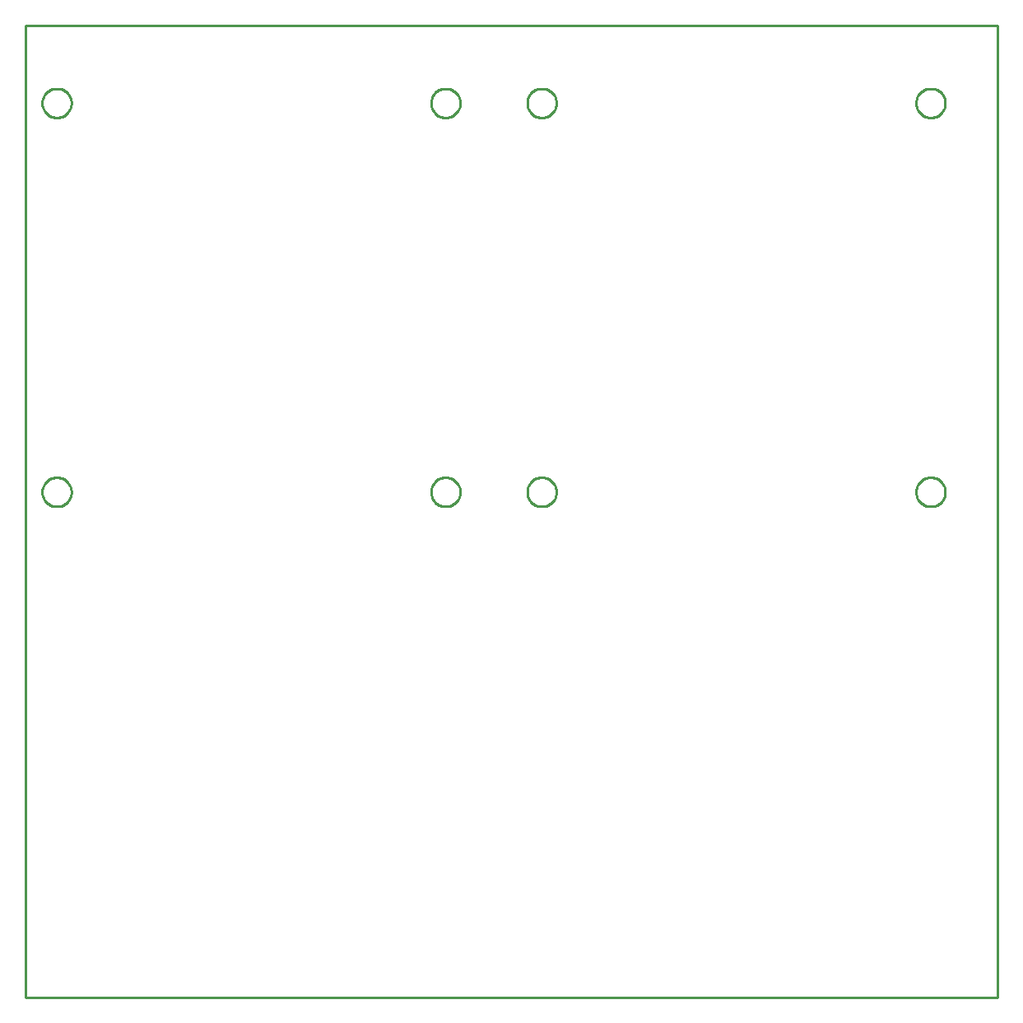
<source format=gbr>
G04 EAGLE Gerber RS-274X export*
G75*
%MOMM*%
%FSLAX34Y34*%
%LPD*%
%IN*%
%IPPOS*%
%AMOC8*
5,1,8,0,0,1.08239X$1,22.5*%
G01*
%ADD10C,0.254000*%


D10*
X0Y0D02*
X1000000Y0D01*
X1000000Y1000000D01*
X0Y1000000D01*
X0Y0D01*
X32536Y535000D02*
X33604Y534924D01*
X34665Y534771D01*
X35712Y534543D01*
X36740Y534241D01*
X37744Y533867D01*
X38719Y533422D01*
X39659Y532908D01*
X40560Y532329D01*
X41418Y531687D01*
X42228Y530985D01*
X42985Y530228D01*
X43687Y529418D01*
X44329Y528560D01*
X44908Y527659D01*
X45422Y526719D01*
X45867Y525744D01*
X46241Y524740D01*
X46543Y523712D01*
X46771Y522665D01*
X46924Y521604D01*
X47000Y520536D01*
X47000Y519464D01*
X46924Y518396D01*
X46771Y517335D01*
X46543Y516288D01*
X46241Y515260D01*
X45867Y514256D01*
X45422Y513281D01*
X44908Y512341D01*
X44329Y511440D01*
X43687Y510582D01*
X42985Y509772D01*
X42228Y509015D01*
X41418Y508313D01*
X40560Y507671D01*
X39659Y507092D01*
X38719Y506578D01*
X37744Y506133D01*
X36740Y505759D01*
X35712Y505457D01*
X34665Y505229D01*
X33604Y505076D01*
X32536Y505000D01*
X31464Y505000D01*
X30396Y505076D01*
X29335Y505229D01*
X28288Y505457D01*
X27260Y505759D01*
X26256Y506133D01*
X25281Y506578D01*
X24341Y507092D01*
X23440Y507671D01*
X22582Y508313D01*
X21772Y509015D01*
X21015Y509772D01*
X20313Y510582D01*
X19671Y511440D01*
X19092Y512341D01*
X18578Y513281D01*
X18133Y514256D01*
X17759Y515260D01*
X17457Y516288D01*
X17229Y517335D01*
X17076Y518396D01*
X17000Y519464D01*
X17000Y520536D01*
X17076Y521604D01*
X17229Y522665D01*
X17457Y523712D01*
X17759Y524740D01*
X18133Y525744D01*
X18578Y526719D01*
X19092Y527659D01*
X19671Y528560D01*
X20313Y529418D01*
X21015Y530228D01*
X21772Y530985D01*
X22582Y531687D01*
X23440Y532329D01*
X24341Y532908D01*
X25281Y533422D01*
X26256Y533867D01*
X27260Y534241D01*
X28288Y534543D01*
X29335Y534771D01*
X30396Y534924D01*
X31464Y535000D01*
X32536Y535000D01*
X32536Y935000D02*
X33604Y934924D01*
X34665Y934771D01*
X35712Y934543D01*
X36740Y934241D01*
X37744Y933867D01*
X38719Y933422D01*
X39659Y932908D01*
X40560Y932329D01*
X41418Y931687D01*
X42228Y930985D01*
X42985Y930228D01*
X43687Y929418D01*
X44329Y928560D01*
X44908Y927659D01*
X45422Y926719D01*
X45867Y925744D01*
X46241Y924740D01*
X46543Y923712D01*
X46771Y922665D01*
X46924Y921604D01*
X47000Y920536D01*
X47000Y919464D01*
X46924Y918396D01*
X46771Y917335D01*
X46543Y916288D01*
X46241Y915260D01*
X45867Y914256D01*
X45422Y913281D01*
X44908Y912341D01*
X44329Y911440D01*
X43687Y910582D01*
X42985Y909772D01*
X42228Y909015D01*
X41418Y908313D01*
X40560Y907671D01*
X39659Y907092D01*
X38719Y906578D01*
X37744Y906133D01*
X36740Y905759D01*
X35712Y905457D01*
X34665Y905229D01*
X33604Y905076D01*
X32536Y905000D01*
X31464Y905000D01*
X30396Y905076D01*
X29335Y905229D01*
X28288Y905457D01*
X27260Y905759D01*
X26256Y906133D01*
X25281Y906578D01*
X24341Y907092D01*
X23440Y907671D01*
X22582Y908313D01*
X21772Y909015D01*
X21015Y909772D01*
X20313Y910582D01*
X19671Y911440D01*
X19092Y912341D01*
X18578Y913281D01*
X18133Y914256D01*
X17759Y915260D01*
X17457Y916288D01*
X17229Y917335D01*
X17076Y918396D01*
X17000Y919464D01*
X17000Y920536D01*
X17076Y921604D01*
X17229Y922665D01*
X17457Y923712D01*
X17759Y924740D01*
X18133Y925744D01*
X18578Y926719D01*
X19092Y927659D01*
X19671Y928560D01*
X20313Y929418D01*
X21015Y930228D01*
X21772Y930985D01*
X22582Y931687D01*
X23440Y932329D01*
X24341Y932908D01*
X25281Y933422D01*
X26256Y933867D01*
X27260Y934241D01*
X28288Y934543D01*
X29335Y934771D01*
X30396Y934924D01*
X31464Y935000D01*
X32536Y935000D01*
X432536Y935000D02*
X433604Y934924D01*
X434665Y934771D01*
X435712Y934543D01*
X436740Y934241D01*
X437744Y933867D01*
X438719Y933422D01*
X439659Y932908D01*
X440560Y932329D01*
X441418Y931687D01*
X442228Y930985D01*
X442985Y930228D01*
X443687Y929418D01*
X444329Y928560D01*
X444908Y927659D01*
X445422Y926719D01*
X445867Y925744D01*
X446241Y924740D01*
X446543Y923712D01*
X446771Y922665D01*
X446924Y921604D01*
X447000Y920536D01*
X447000Y919464D01*
X446924Y918396D01*
X446771Y917335D01*
X446543Y916288D01*
X446241Y915260D01*
X445867Y914256D01*
X445422Y913281D01*
X444908Y912341D01*
X444329Y911440D01*
X443687Y910582D01*
X442985Y909772D01*
X442228Y909015D01*
X441418Y908313D01*
X440560Y907671D01*
X439659Y907092D01*
X438719Y906578D01*
X437744Y906133D01*
X436740Y905759D01*
X435712Y905457D01*
X434665Y905229D01*
X433604Y905076D01*
X432536Y905000D01*
X431464Y905000D01*
X430396Y905076D01*
X429335Y905229D01*
X428288Y905457D01*
X427260Y905759D01*
X426256Y906133D01*
X425281Y906578D01*
X424341Y907092D01*
X423440Y907671D01*
X422582Y908313D01*
X421772Y909015D01*
X421015Y909772D01*
X420313Y910582D01*
X419671Y911440D01*
X419092Y912341D01*
X418578Y913281D01*
X418133Y914256D01*
X417759Y915260D01*
X417457Y916288D01*
X417229Y917335D01*
X417076Y918396D01*
X417000Y919464D01*
X417000Y920536D01*
X417076Y921604D01*
X417229Y922665D01*
X417457Y923712D01*
X417759Y924740D01*
X418133Y925744D01*
X418578Y926719D01*
X419092Y927659D01*
X419671Y928560D01*
X420313Y929418D01*
X421015Y930228D01*
X421772Y930985D01*
X422582Y931687D01*
X423440Y932329D01*
X424341Y932908D01*
X425281Y933422D01*
X426256Y933867D01*
X427260Y934241D01*
X428288Y934543D01*
X429335Y934771D01*
X430396Y934924D01*
X431464Y935000D01*
X432536Y935000D01*
X432536Y535000D02*
X433604Y534924D01*
X434665Y534771D01*
X435712Y534543D01*
X436740Y534241D01*
X437744Y533867D01*
X438719Y533422D01*
X439659Y532908D01*
X440560Y532329D01*
X441418Y531687D01*
X442228Y530985D01*
X442985Y530228D01*
X443687Y529418D01*
X444329Y528560D01*
X444908Y527659D01*
X445422Y526719D01*
X445867Y525744D01*
X446241Y524740D01*
X446543Y523712D01*
X446771Y522665D01*
X446924Y521604D01*
X447000Y520536D01*
X447000Y519464D01*
X446924Y518396D01*
X446771Y517335D01*
X446543Y516288D01*
X446241Y515260D01*
X445867Y514256D01*
X445422Y513281D01*
X444908Y512341D01*
X444329Y511440D01*
X443687Y510582D01*
X442985Y509772D01*
X442228Y509015D01*
X441418Y508313D01*
X440560Y507671D01*
X439659Y507092D01*
X438719Y506578D01*
X437744Y506133D01*
X436740Y505759D01*
X435712Y505457D01*
X434665Y505229D01*
X433604Y505076D01*
X432536Y505000D01*
X431464Y505000D01*
X430396Y505076D01*
X429335Y505229D01*
X428288Y505457D01*
X427260Y505759D01*
X426256Y506133D01*
X425281Y506578D01*
X424341Y507092D01*
X423440Y507671D01*
X422582Y508313D01*
X421772Y509015D01*
X421015Y509772D01*
X420313Y510582D01*
X419671Y511440D01*
X419092Y512341D01*
X418578Y513281D01*
X418133Y514256D01*
X417759Y515260D01*
X417457Y516288D01*
X417229Y517335D01*
X417076Y518396D01*
X417000Y519464D01*
X417000Y520536D01*
X417076Y521604D01*
X417229Y522665D01*
X417457Y523712D01*
X417759Y524740D01*
X418133Y525744D01*
X418578Y526719D01*
X419092Y527659D01*
X419671Y528560D01*
X420313Y529418D01*
X421015Y530228D01*
X421772Y530985D01*
X422582Y531687D01*
X423440Y532329D01*
X424341Y532908D01*
X425281Y533422D01*
X426256Y533867D01*
X427260Y534241D01*
X428288Y534543D01*
X429335Y534771D01*
X430396Y534924D01*
X431464Y535000D01*
X432536Y535000D01*
X531536Y535000D02*
X532604Y534924D01*
X533665Y534771D01*
X534712Y534543D01*
X535740Y534241D01*
X536744Y533867D01*
X537719Y533422D01*
X538659Y532908D01*
X539560Y532329D01*
X540418Y531687D01*
X541228Y530985D01*
X541985Y530228D01*
X542687Y529418D01*
X543329Y528560D01*
X543908Y527659D01*
X544422Y526719D01*
X544867Y525744D01*
X545241Y524740D01*
X545543Y523712D01*
X545771Y522665D01*
X545924Y521604D01*
X546000Y520536D01*
X546000Y519464D01*
X545924Y518396D01*
X545771Y517335D01*
X545543Y516288D01*
X545241Y515260D01*
X544867Y514256D01*
X544422Y513281D01*
X543908Y512341D01*
X543329Y511440D01*
X542687Y510582D01*
X541985Y509772D01*
X541228Y509015D01*
X540418Y508313D01*
X539560Y507671D01*
X538659Y507092D01*
X537719Y506578D01*
X536744Y506133D01*
X535740Y505759D01*
X534712Y505457D01*
X533665Y505229D01*
X532604Y505076D01*
X531536Y505000D01*
X530464Y505000D01*
X529396Y505076D01*
X528335Y505229D01*
X527288Y505457D01*
X526260Y505759D01*
X525256Y506133D01*
X524281Y506578D01*
X523341Y507092D01*
X522440Y507671D01*
X521582Y508313D01*
X520772Y509015D01*
X520015Y509772D01*
X519313Y510582D01*
X518671Y511440D01*
X518092Y512341D01*
X517578Y513281D01*
X517133Y514256D01*
X516759Y515260D01*
X516457Y516288D01*
X516229Y517335D01*
X516076Y518396D01*
X516000Y519464D01*
X516000Y520536D01*
X516076Y521604D01*
X516229Y522665D01*
X516457Y523712D01*
X516759Y524740D01*
X517133Y525744D01*
X517578Y526719D01*
X518092Y527659D01*
X518671Y528560D01*
X519313Y529418D01*
X520015Y530228D01*
X520772Y530985D01*
X521582Y531687D01*
X522440Y532329D01*
X523341Y532908D01*
X524281Y533422D01*
X525256Y533867D01*
X526260Y534241D01*
X527288Y534543D01*
X528335Y534771D01*
X529396Y534924D01*
X530464Y535000D01*
X531536Y535000D01*
X531536Y935000D02*
X532604Y934924D01*
X533665Y934771D01*
X534712Y934543D01*
X535740Y934241D01*
X536744Y933867D01*
X537719Y933422D01*
X538659Y932908D01*
X539560Y932329D01*
X540418Y931687D01*
X541228Y930985D01*
X541985Y930228D01*
X542687Y929418D01*
X543329Y928560D01*
X543908Y927659D01*
X544422Y926719D01*
X544867Y925744D01*
X545241Y924740D01*
X545543Y923712D01*
X545771Y922665D01*
X545924Y921604D01*
X546000Y920536D01*
X546000Y919464D01*
X545924Y918396D01*
X545771Y917335D01*
X545543Y916288D01*
X545241Y915260D01*
X544867Y914256D01*
X544422Y913281D01*
X543908Y912341D01*
X543329Y911440D01*
X542687Y910582D01*
X541985Y909772D01*
X541228Y909015D01*
X540418Y908313D01*
X539560Y907671D01*
X538659Y907092D01*
X537719Y906578D01*
X536744Y906133D01*
X535740Y905759D01*
X534712Y905457D01*
X533665Y905229D01*
X532604Y905076D01*
X531536Y905000D01*
X530464Y905000D01*
X529396Y905076D01*
X528335Y905229D01*
X527288Y905457D01*
X526260Y905759D01*
X525256Y906133D01*
X524281Y906578D01*
X523341Y907092D01*
X522440Y907671D01*
X521582Y908313D01*
X520772Y909015D01*
X520015Y909772D01*
X519313Y910582D01*
X518671Y911440D01*
X518092Y912341D01*
X517578Y913281D01*
X517133Y914256D01*
X516759Y915260D01*
X516457Y916288D01*
X516229Y917335D01*
X516076Y918396D01*
X516000Y919464D01*
X516000Y920536D01*
X516076Y921604D01*
X516229Y922665D01*
X516457Y923712D01*
X516759Y924740D01*
X517133Y925744D01*
X517578Y926719D01*
X518092Y927659D01*
X518671Y928560D01*
X519313Y929418D01*
X520015Y930228D01*
X520772Y930985D01*
X521582Y931687D01*
X522440Y932329D01*
X523341Y932908D01*
X524281Y933422D01*
X525256Y933867D01*
X526260Y934241D01*
X527288Y934543D01*
X528335Y934771D01*
X529396Y934924D01*
X530464Y935000D01*
X531536Y935000D01*
X931536Y935000D02*
X932604Y934924D01*
X933665Y934771D01*
X934712Y934543D01*
X935740Y934241D01*
X936744Y933867D01*
X937719Y933422D01*
X938659Y932908D01*
X939560Y932329D01*
X940418Y931687D01*
X941228Y930985D01*
X941985Y930228D01*
X942687Y929418D01*
X943329Y928560D01*
X943908Y927659D01*
X944422Y926719D01*
X944867Y925744D01*
X945241Y924740D01*
X945543Y923712D01*
X945771Y922665D01*
X945924Y921604D01*
X946000Y920536D01*
X946000Y919464D01*
X945924Y918396D01*
X945771Y917335D01*
X945543Y916288D01*
X945241Y915260D01*
X944867Y914256D01*
X944422Y913281D01*
X943908Y912341D01*
X943329Y911440D01*
X942687Y910582D01*
X941985Y909772D01*
X941228Y909015D01*
X940418Y908313D01*
X939560Y907671D01*
X938659Y907092D01*
X937719Y906578D01*
X936744Y906133D01*
X935740Y905759D01*
X934712Y905457D01*
X933665Y905229D01*
X932604Y905076D01*
X931536Y905000D01*
X930464Y905000D01*
X929396Y905076D01*
X928335Y905229D01*
X927288Y905457D01*
X926260Y905759D01*
X925256Y906133D01*
X924281Y906578D01*
X923341Y907092D01*
X922440Y907671D01*
X921582Y908313D01*
X920772Y909015D01*
X920015Y909772D01*
X919313Y910582D01*
X918671Y911440D01*
X918092Y912341D01*
X917578Y913281D01*
X917133Y914256D01*
X916759Y915260D01*
X916457Y916288D01*
X916229Y917335D01*
X916076Y918396D01*
X916000Y919464D01*
X916000Y920536D01*
X916076Y921604D01*
X916229Y922665D01*
X916457Y923712D01*
X916759Y924740D01*
X917133Y925744D01*
X917578Y926719D01*
X918092Y927659D01*
X918671Y928560D01*
X919313Y929418D01*
X920015Y930228D01*
X920772Y930985D01*
X921582Y931687D01*
X922440Y932329D01*
X923341Y932908D01*
X924281Y933422D01*
X925256Y933867D01*
X926260Y934241D01*
X927288Y934543D01*
X928335Y934771D01*
X929396Y934924D01*
X930464Y935000D01*
X931536Y935000D01*
X931536Y535000D02*
X932604Y534924D01*
X933665Y534771D01*
X934712Y534543D01*
X935740Y534241D01*
X936744Y533867D01*
X937719Y533422D01*
X938659Y532908D01*
X939560Y532329D01*
X940418Y531687D01*
X941228Y530985D01*
X941985Y530228D01*
X942687Y529418D01*
X943329Y528560D01*
X943908Y527659D01*
X944422Y526719D01*
X944867Y525744D01*
X945241Y524740D01*
X945543Y523712D01*
X945771Y522665D01*
X945924Y521604D01*
X946000Y520536D01*
X946000Y519464D01*
X945924Y518396D01*
X945771Y517335D01*
X945543Y516288D01*
X945241Y515260D01*
X944867Y514256D01*
X944422Y513281D01*
X943908Y512341D01*
X943329Y511440D01*
X942687Y510582D01*
X941985Y509772D01*
X941228Y509015D01*
X940418Y508313D01*
X939560Y507671D01*
X938659Y507092D01*
X937719Y506578D01*
X936744Y506133D01*
X935740Y505759D01*
X934712Y505457D01*
X933665Y505229D01*
X932604Y505076D01*
X931536Y505000D01*
X930464Y505000D01*
X929396Y505076D01*
X928335Y505229D01*
X927288Y505457D01*
X926260Y505759D01*
X925256Y506133D01*
X924281Y506578D01*
X923341Y507092D01*
X922440Y507671D01*
X921582Y508313D01*
X920772Y509015D01*
X920015Y509772D01*
X919313Y510582D01*
X918671Y511440D01*
X918092Y512341D01*
X917578Y513281D01*
X917133Y514256D01*
X916759Y515260D01*
X916457Y516288D01*
X916229Y517335D01*
X916076Y518396D01*
X916000Y519464D01*
X916000Y520536D01*
X916076Y521604D01*
X916229Y522665D01*
X916457Y523712D01*
X916759Y524740D01*
X917133Y525744D01*
X917578Y526719D01*
X918092Y527659D01*
X918671Y528560D01*
X919313Y529418D01*
X920015Y530228D01*
X920772Y530985D01*
X921582Y531687D01*
X922440Y532329D01*
X923341Y532908D01*
X924281Y533422D01*
X925256Y533867D01*
X926260Y534241D01*
X927288Y534543D01*
X928335Y534771D01*
X929396Y534924D01*
X930464Y535000D01*
X931536Y535000D01*
M02*

</source>
